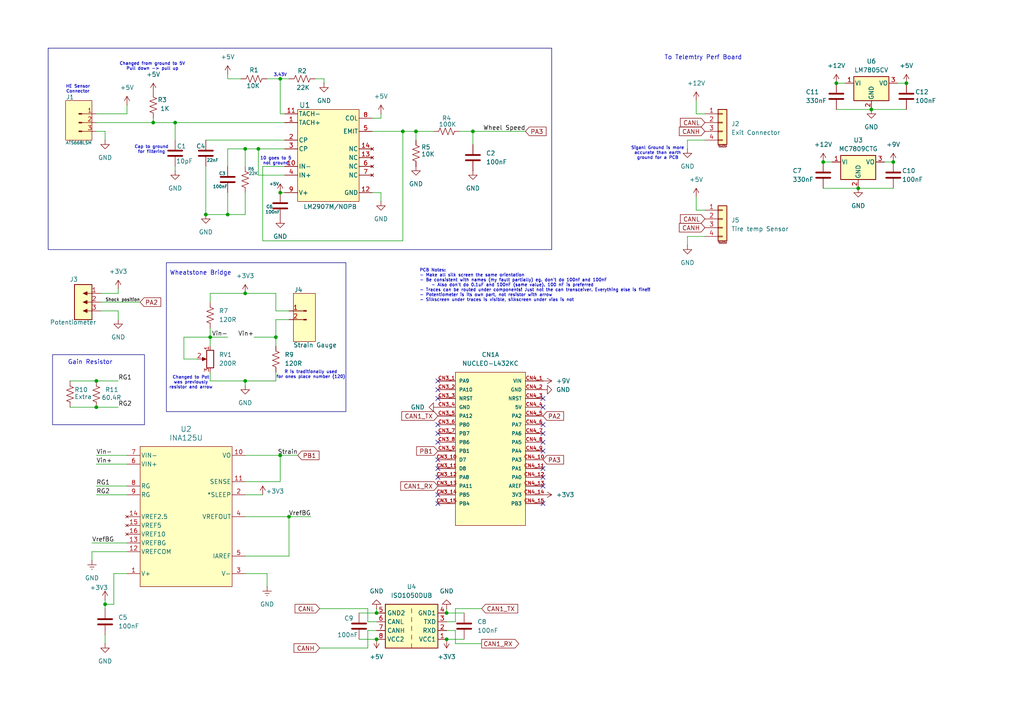
<source format=kicad_sch>
(kicad_sch (version 20231120) (generator "eeschema") (generator_version "8.0")
  (paper "A4")
  (title_block (title "Peripheral Board") (date "2025-02-23") (rev "2.10"))
  (lib_symbols
    (symbol "Conn_01x02_Pin_1" (pin_names (offset 1.016) hide)
      (property "Reference" "J4" (at 3.556 -8.636 0))
      (property "Value" "Strain Gauge" (at 3.81 7.366 0))
      (symbol "Conn_01x02_Pin_1_1_1"
        (polyline (pts (xy 1.27 -2.54) (xy 0.8636 -2.54)) (stroke (width 0.1524)))
        (polyline (pts (xy 1.27 0) (xy 0.8636 0)) (stroke (width 0.1524)))
        (rectangle (start 0.8636 -2.413) (end 0 -2.667) (stroke (width 0.1524)) (fill (type outline)))
        (rectangle (start 0.8636 0.127) (end 0 -0.127) (stroke (width 0.1524)) (fill (type outline)))
        (pin passive line (at 5.08 -2.54 180) (length 3.81) (name "Pin_2") (number "1"))
        (pin passive line (at 5.08 0 180) (length 3.81) (name "Pin_1") (number "2"))
      )
    )
    (symbol "Connector:Conn_01x03_Pin" (pin_names (offset 1.016) hide)
      (property "Reference" "J1" (at -2.54 7.366 0))
      (property "Value" "ATS668LSM" (at 1.27 -6.35 0))
      (symbol "Conn_01x03_Pin_1_1"
        (rectangle (start -3.81 6.35) (end 3.81 -5.08) (stroke (width 0) (color 132 0 0 1)) (fill (type background)))
        (polyline (pts (xy 1.27 -2.54) (xy 0.8636 -2.54)) (stroke (width 0.1524)))
        (polyline (pts (xy 1.27 0) (xy 0.8636 0)) (stroke (width 0.1524)))
        (polyline (pts (xy 1.27 2.54) (xy 0.8636 2.54)) (stroke (width 0.1524)))
        (rectangle (start 0.8636 -2.413) (end 0 -2.667) (stroke (width 0.1524)) (fill (type outline)))
        (rectangle (start 0.8636 0.127) (end 0 -0.127) (stroke (width 0.1524)) (fill (type outline)))
        (rectangle (start 0.8636 2.667) (end 0 2.413) (stroke (width 0.1524)) (fill (type outline)))
        (pin passive line (at 5.08 2.54 180) (length 3.81) (name "Pin_1") (number "1"))
        (pin passive line (at 5.08 0 180) (length 3.81) (name "Pin_2") (number "2"))
        (pin passive line (at 5.08 -2.54 180) (length 3.81) (name "Pin_3") (number "3"))
      )
    )
    (symbol "Connector_Generic_MountingPin:Conn_01x04_MountingPin" (pin_names (offset 1.016) hide)
      (property "Reference" "J2" (at 2.54 -0.3555 0))
      (property "Value" "Conn_01x04_MountingPin" (at 2.54 -2.8955 0))
      (symbol "Conn_01x04_MountingPin_1_1"
        (rectangle (start -1.27 -4.953) (end 0 -5.207) (stroke (width 0.1524)))
        (rectangle (start -1.27 -2.413) (end 0 -2.667) (stroke (width 0.1524)))
        (rectangle (start -1.27 0.127) (end 0 -0.127) (stroke (width 0.1524)))
        (rectangle (start -1.27 2.667) (end 0 2.413) (stroke (width 0.1524)))
        (rectangle (start -1.27 3.81) (end 1.27 -6.35) (stroke (width 0.254)) (fill (type background)))
        (polyline (pts (xy -1.016 -7.112) (xy 1.016 -7.112)) (stroke (width 0.1524)))
        (text "Mounting" (at 0 -6.731 0) (effects (font (size 0.381 0.381))))
        (pin passive line (at -5.08 2.54 0) (length 3.81) (name "Pin_1") (number "1"))
        (pin passive line (at -5.08 0 0) (length 3.81) (name "Pin_2") (number "2"))
        (pin passive line (at -5.08 -2.54 0) (length 3.81) (name "Pin_3") (number "3"))
        (pin passive line (at -5.08 -5.08 0) (length 3.81) (name "Pin_4") (number "4"))
      )
    )
    (symbol "Device:C" (pin_numbers hide) (pin_names (offset 0.254))
      (property "Reference" "C" (at 0.635 2.54 0))
      (property "Value" "C" (at 0.635 -2.54 0))
      (symbol "C_0_1"
        (polyline (pts (xy -2.032 -0.762) (xy 2.032 -0.762)) (stroke (width 0.508)))
        (polyline (pts (xy -2.032 0.762) (xy 2.032 0.762)) (stroke (width 0.508)))
      )
      (symbol "C_1_1"
        (pin passive line (at 0 3.81 270) (length 2.794) (name "~") (number "1"))
        (pin passive line (at 0 -3.81 90) (length 2.794) (name "~") (number "2"))
      )
    )
    (symbol "Device:R_Potentiometer" (pin_names (offset 1.016) hide)
      (property "Reference" "J3" (at -2.794 7.874 0))
      (property "Value" "R_Potentiometer" (at 2.54 -4.572 0))
      (symbol "R_Potentiometer_0_1"
        (polyline (pts (xy -1.27 -1.27) (xy -0.127 -0.762) (xy -0.127 -1.778) (xy -1.27 -1.27)) (fill (type outline)))
        (polyline (pts (xy -1.27 1.27) (xy -0.127 1.778) (xy -0.127 0.762) (xy -1.27 1.27)) (fill (type outline)))
        (polyline (pts (xy -1.27 3.81) (xy -0.127 4.318) (xy -0.127 3.302) (xy -1.27 3.81)) (fill (type outline)))
      )
      (symbol "R_Potentiometer_1_1"
        (rectangle (start -3.81 6.35) (end 1.27 -3.81) (stroke (width 0.254)) (fill (type background)))
        (pin passive line (at 3.81 3.81 180) (length 3.81) (name "1") (number "1"))
        (pin passive line (at 3.81 1.27 180) (length 3.81) (name "2") (number "2"))
        (pin passive line (at 3.81 -1.27 180) (length 3.81) (name "3") (number "3"))
      )
    )
    (symbol "Device:R_US" (pin_numbers hide) (pin_names (offset 0))
      (property "Reference" "R" (at 2.54 0 90))
      (property "Value" "R_US" (at -2.54 0 90))
      (symbol "R_US_0_1"
        (polyline (pts (xy 0 -2.286) (xy 0 -2.54)))
        (polyline (pts (xy 0 2.286) (xy 0 2.54)))
        (polyline (pts (xy 0 -0.762) (xy 1.016 -1.143) (xy 0 -1.524) (xy -1.016 -1.905) (xy 0 -2.286)))
        (polyline (pts (xy 0 0.762) (xy 1.016 0.381) (xy 0 0) (xy -1.016 -0.381) (xy 0 -0.762)))
        (polyline (pts (xy 0 2.286) (xy 1.016 1.905) (xy 0 1.524) (xy -1.016 1.143) (xy 0 0.762)))
      )
      (symbol "R_US_1_1"
        (pin passive line (at 0 3.81 270) (length 1.27) (name "~") (number "1"))
        (pin passive line (at 0 -3.81 90) (length 1.27) (name "~") (number "2"))
      )
    )
    (symbol "FS3_Global_Symbol_Library:NUCLEO-L432KC" (pin_names (offset 1.016))
      (property "Reference" "CN" (at 7.62 18.288 0))
      (property "Value" "NUCLEO-L432KC" (at -7.62 -25.4 0))
      (symbol "NUCLEO-L432KC_1_0"
        (rectangle (start -10.16 17.78) (end 10.16 -26.67) (stroke (width 0.1524)) (fill (type background)))
        (pin bidirectional line (at -15.24 15.24 0) (length 5.08) (name "PA9") (number "CN3_1"))
        (pin bidirectional line (at -15.24 -12.7 0) (length 5.08) (name "PA8") (number "CN3_12"))
        (pin bidirectional line (at -15.24 -15.24 0) (length 5.08) (name "PA11") (number "CN3_13"))
        (pin bidirectional line (at -15.24 -17.78 0) (length 5.08) (name "PB5") (number "CN3_14"))
        (pin bidirectional line (at -15.24 -20.32 0) (length 5.08) (name "PB4") (number "CN3_15"))
        (pin bidirectional line (at -15.24 12.7 0) (length 5.08) (name "PA10") (number "CN3_2"))
        (pin bidirectional line (at -15.24 5.08 0) (length 5.08) (name "PA12") (number "CN3_5"))
        (pin bidirectional line (at -15.24 2.54 0) (length 5.08) (name "PB0") (number "CN3_6"))
        (pin bidirectional line (at -15.24 0 0) (length 5.08) (name "PB7") (number "CN3_7"))
        (pin bidirectional line (at -15.24 -2.54 0) (length 5.08) (name "PB6") (number "CN3_8"))
        (pin bidirectional line (at -15.24 -5.08 0) (length 5.08) (name "PB1") (number "CN3_9"))
      )
      (symbol "NUCLEO-L432KC_1_1"
        (pin bidirectional line (at -15.24 -7.62 0) (length 5.08) (name "D7") (number "CN3_10"))
        (pin bidirectional line (at -15.24 -10.16 0) (length 5.08) (name "D8") (number "CN3_11"))
        (pin bidirectional line (at -15.24 10.16 0) (length 5.08) (name "NRST") (number "CN3_3"))
        (pin power_in line (at -15.24 7.62 0) (length 5.08) (name "GND") (number "CN3_4"))
        (pin power_in line (at 15.24 15.24 180) (length 5.08) (name "VIN") (number "CN4_1"))
        (pin bidirectional line (at 15.24 -7.62 180) (length 5.08) (name "PA3") (number "CN4_10"))
        (pin bidirectional line (at 15.24 -10.16 180) (length 5.08) (name "PA1") (number "CN4_11"))
        (pin bidirectional line (at 15.24 -12.7 180) (length 5.08) (name "PA0") (number "CN4_12"))
        (pin bidirectional line (at 15.24 -15.24 180) (length 5.08) (name "AREF") (number "CN4_13"))
        (pin power_out line (at 15.24 -17.78 180) (length 5.08) (name "3V3") (number "CN4_14"))
        (pin bidirectional line (at 15.24 -20.32 180) (length 5.08) (name "PB3") (number "CN4_15"))
        (pin power_in line (at 15.24 12.7 180) (length 5.08) (name "GND") (number "CN4_2"))
        (pin bidirectional line (at 15.24 10.16 180) (length 5.08) (name "NRST") (number "CN4_3"))
        (pin power_out line (at 15.24 7.62 180) (length 5.08) (name "5V") (number "CN4_4"))
        (pin bidirectional line (at 15.24 5.08 180) (length 5.08) (name "PA2") (number "CN4_5"))
        (pin bidirectional line (at 15.24 2.54 180) (length 5.08) (name "PA7") (number "CN4_6"))
        (pin bidirectional line (at 15.24 0 180) (length 5.08) (name "PA6") (number "CN4_7"))
        (pin bidirectional line (at 15.24 -2.54 180) (length 5.08) (name "PA5") (number "CN4_8"))
        (pin bidirectional line (at 15.24 -5.08 180) (length 5.08) (name "PA4") (number "CN4_9"))
      )
      (symbol "NUCLEO-L432KC_2_0"
        (rectangle (start -10.16 -17.78) (end 10.16 17.78) (stroke (width 0.1524)) (fill (type background)))
        (text "CN4" (at -10.16 18.542 0) (effects (font (size 1.778 1.778)) (justify left bottom)))
        (pin input line (at -15.24 7.62 0) (length 5.08) (name "VIN") (number "CN4_1"))
        (pin bidirectional line (at -15.24 -10.16 0) (length 5.08) (name "PA3") (number "CN4_10"))
        (pin bidirectional line (at -15.24 -5.08 0) (length 5.08) (name "PA1") (number "CN4_11"))
        (pin bidirectional line (at -15.24 -2.54 0) (length 5.08) (name "PA0") (number "CN4_12"))
        (pin bidirectional line (at 15.24 7.62 180) (length 5.08) (name "AREF") (number "CN4_13"))
        (pin power_in line (at 15.24 12.7 180) (length 5.08) (name "+3V3") (number "CN4_14"))
        (pin bidirectional line (at 15.24 2.54 180) (length 5.08) (name "PB3") (number "CN4_15"))
        (pin power_in line (at 15.24 -15.24 180) (length 5.08) (name "GND_CN4") (number "CN4_2"))
        (pin bidirectional line (at -15.24 2.54 0) (length 5.08) (name "NRST_CN4") (number "CN4_3"))
        (pin power_in line (at 15.24 15.24 180) (length 5.08) (name "+5V") (number "CN4_4"))
        (pin bidirectional line (at -15.24 -7.62 0) (length 5.08) (name "PA2") (number "CN4_5"))
        (pin bidirectional line (at 15.24 -10.16 180) (length 5.08) (name "PA7") (number "CN4_6"))
        (pin bidirectional line (at 15.24 -7.62 180) (length 5.08) (name "PA6") (number "CN4_7"))
        (pin bidirectional line (at 15.24 -5.08 180) (length 5.08) (name "PA5") (number "CN4_8"))
        (pin bidirectional line (at 15.24 -2.54 180) (length 5.08) (name "PA4") (number "CN4_9"))
      )
      (symbol "NUCLEO-L432KC_2_1"
        (pin bidirectional line (at 17.78 6.35 180) (length 5.08) (name "PA2") (number "-UB"))
      )
    )
    (symbol "FS_3_Global_Symbol_Library:LM2907M_NOPB" (pin_names (offset 0.254))
      (property "Value" "LM2907M/NOPB" (at 8.636 -5.334 0))
      (symbol "LM2907M_NOPB_1_1"
        (rectangle (start 0 22.86) (end 17.78 -3.81) (fill (type background)))
        (pin input line (at -3.81 19.05 0) (length 3.81) (name "TACH+") (number "1"))
        (pin input line (at -3.81 6.35 0) (length 3.81) (name "IN-") (number "10"))
        (pin input line (at -3.81 21.59 0) (length 3.81) (name "TACH-") (number "11"))
        (pin power_in line (at 21.59 -1.27 180) (length 3.81) (name "GND") (number "12"))
        (pin no_connect line (at 21.59 8.89 180) (length 3.81) (name "NC") (number "13"))
        (pin no_connect line (at 21.59 11.43 180) (length 3.81) (name "NC") (number "14"))
        (pin passive line (at -3.81 13.97 0) (length 3.81) (name "CP") (number "2"))
        (pin passive line (at -3.81 11.43 0) (length 3.81) (name "CP") (number "3"))
        (pin passive line (at -3.81 3.81 0) (length 3.81) (name "IN+") (number "4"))
        (pin passive line (at 21.59 16.51 180) (length 3.81) (name "EMIT") (number "5"))
        (pin no_connect line (at 21.59 6.35 180) (length 3.81) (name "NC") (number "6"))
        (pin no_connect line (at 21.59 3.81 180) (length 3.81) (name "NC") (number "7"))
        (pin passive line (at 21.59 20.32 180) (length 3.81) (name "COL") (number "8"))
        (pin power_in line (at -3.81 -1.27 0) (length 3.81) (name "V+") (number "9"))
      )
    )
    (symbol "Interface_CAN_LIN:ISO1050DUB"
      (property "Reference" "U" (at -6.35 6.35 0))
      (property "Value" "ISO1050DUB" (at 2.54 6.35 0))
      (symbol "ISO1050DUB_0_1"
        (rectangle (start -7.62 5.08) (end 7.62 -7.62) (stroke (width 0.254)) (fill (type background)))
        (polyline (pts (xy 0 -5.08) (xy 0 -6.35)))
        (polyline (pts (xy 0 -2.54) (xy 0 -3.81)))
        (polyline (pts (xy 0 0) (xy 0 -1.27)))
        (polyline (pts (xy 0 2.54) (xy 0 1.27)))
        (polyline (pts (xy 0 5.08) (xy 0 3.81)))
      )
      (symbol "ISO1050DUB_1_1"
        (pin power_in line (at -10.16 2.54 0) (length 2.54) (name "VCC1") (number "1"))
        (pin output line (at -10.16 0 0) (length 2.54) (name "RXD") (number "2"))
        (pin input line (at -10.16 -2.54 0) (length 2.54) (name "TXD") (number "3"))
        (pin power_in line (at -10.16 -5.08 0) (length 2.54) (name "GND1") (number "4"))
        (pin power_in line (at 10.16 -5.08 180) (length 2.54) (name "GND2") (number "5"))
        (pin bidirectional line (at 10.16 -2.54 180) (length 2.54) (name "CANL") (number "6"))
        (pin bidirectional line (at 10.16 0 180) (length 2.54) (name "CANH") (number "7"))
        (pin power_in line (at 10.16 2.54 180) (length 2.54) (name "VCC2") (number "8"))
      )
    )
    (symbol "New_Library:INA125U" (pin_names (offset 0.254))
      (property "Reference" "U1" (at 29.845 10.16 0))
      (property "Value" "INA125U" (at 29.845 7.62 0))
      (symbol "INA125U_1_1"
        (rectangle (start 16.51 5.08) (end 43.18 -35.56) (fill (type background)))
        (pin power_in line (at 12.7 -31.75 0) (length 3.81) (name "V+") (number "1"))
        (pin output line (at 46.99 2.54 180) (length 3.81) (name "VO") (number "10"))
        (pin unspecified line (at 46.99 -5.08 180) (length 3.81) (name "SENSE") (number "11"))
        (pin power_in line (at 12.7 -25.4 0) (length 3.81) (name "VREFCOM") (number "12"))
        (pin power_in line (at 12.7 -22.86 0) (length 3.81) (name "VREFBG") (number "13"))
        (pin no_connect line (at 12.7 -15.24 0) (length 3.81) (name "VREF2.5") (number "14"))
        (pin no_connect line (at 12.7 -17.78 0) (length 3.81) (name "VREF5") (number "15"))
        (pin no_connect line (at 12.7 -20.32 0) (length 3.81) (name "VREF10") (number "16"))
        (pin unspecified line (at 46.99 -8.89 180) (length 3.81) (name "*SLEEP") (number "2"))
        (pin power_in line (at 46.99 -31.75 180) (length 3.81) (name "V-") (number "3"))
        (pin output line (at 46.99 -15.24 180) (length 3.81) (name "VREFOUT") (number "4"))
        (pin unspecified line (at 46.99 -26.67 180) (length 3.81) (name "IAREF") (number "5"))
        (pin input line (at 12.7 0 0) (length 3.81) (name "VIN+") (number "6"))
        (pin input line (at 12.7 2.54 0) (length 3.81) (name "VIN-") (number "7"))
        (pin unspecified line (at 12.7 -6.35 0) (length 3.81) (name "RG") (number "8"))
        (pin unspecified line (at 12.7 -8.89 0) (length 3.81) (name "RG") (number "9"))
      )
    )
    (symbol "R_Potentiometer_1" (pin_names (offset 1.016) hide)
      (property "Reference" "RV" (at -4.445 0 90))
      (property "Value" "R_Potentiometer" (at -2.54 0 90))
      (symbol "R_Potentiometer_1_0_1"
        (polyline (pts (xy 2.54 0) (xy 1.524 0)))
        (polyline (pts (xy 1.143 0) (xy 2.286 0.508) (xy 2.286 -0.508) (xy 1.143 0)) (fill (type outline)))
        (rectangle (start 1.016 2.54) (end -1.016 -2.54) (stroke (width 0.254)))
      )
      (symbol "R_Potentiometer_1_1_1"
        (pin passive line (at 0 3.81 270) (length 1.27) (name "1") (number "1"))
        (pin passive line (at 3.81 0 180) (length 1.27) (name "2") (number "2"))
        (pin passive line (at 0 -3.81 90) (length 1.27) (name "3") (number "3"))
      )
    )
    (symbol "Regulator_Linear:LM7805_TO220" (pin_names (offset 0.254))
      (property "Reference" "U" (at -3.81 3.175 0))
      (property "Value" "LM7805_TO220" (at 0 3.175 0))
      (symbol "LM7805_TO220_0_1"
        (rectangle (start -5.08 1.905) (end 5.08 -5.08) (stroke (width 0.254)) (fill (type background)))
      )
      (symbol "LM7805_TO220_1_1"
        (pin power_in line (at -7.62 0 0) (length 2.54) (name "VI") (number "1"))
        (pin power_in line (at 0 -7.62 90) (length 2.54) (name "GND") (number "2"))
        (pin power_out line (at 7.62 0 180) (length 2.54) (name "VO") (number "3"))
      )
    )
    (symbol "power:+12V" (power) (pin_numbers hide) (pin_names (offset 0) hide)
      (property "Value" "+12V" (at 0 3.556 0))
      (symbol "+12V_0_1"
        (polyline (pts (xy -0.762 1.27) (xy 0 2.54)))
        (polyline (pts (xy 0 0) (xy 0 2.54)))
        (polyline (pts (xy 0 2.54) (xy 0.762 1.27)))
      )
      (symbol "+12V_1_1"
        (pin power_in line (at 0 0 90) (length 0) (name "~") (number "1"))
      )
    )
    (symbol "power:+3V3" (power) (pin_numbers hide) (pin_names (offset 0) hide)
      (property "Value" "+3V3" (at 0 3.556 0))
      (symbol "+3V3_0_1"
        (polyline (pts (xy -0.762 1.27) (xy 0 2.54)))
        (polyline (pts (xy 0 0) (xy 0 2.54)))
        (polyline (pts (xy 0 2.54) (xy 0.762 1.27)))
      )
      (symbol "+3V3_1_1"
        (pin power_in line (at 0 0 90) (length 0) (name "~") (number "1"))
      )
    )
    (symbol "power:+5V" (power) (pin_numbers hide) (pin_names (offset 0) hide)
      (property "Value" "+5V" (at 0 3.556 0))
      (symbol "+5V_0_1"
        (polyline (pts (xy -0.762 1.27) (xy 0 2.54)))
        (polyline (pts (xy 0 0) (xy 0 2.54)))
        (polyline (pts (xy 0 2.54) (xy 0.762 1.27)))
      )
      (symbol "+5V_1_1"
        (pin power_in line (at 0 0 90) (length 0) (name "~") (number "1"))
      )
    )
    (symbol "power:+9V" (power) (pin_numbers hide) (pin_names (offset 0) hide)
      (property "Value" "+9V" (at 0 3.556 0))
      (symbol "+9V_0_1"
        (polyline (pts (xy -0.762 1.27) (xy 0 2.54)))
        (polyline (pts (xy 0 0) (xy 0 2.54)))
        (polyline (pts (xy 0 2.54) (xy 0.762 1.27)))
      )
      (symbol "+9V_1_1"
        (pin power_in line (at 0 0 90) (length 0) (name "~") (number "1"))
      )
    )
    (symbol "power:GND" (power) (pin_numbers hide) (pin_names (offset 0) hide)
      (property "Value" "GND" (at 0 -3.81 0))
      (symbol "GND_0_1"
        (polyline (pts (xy 0 0) (xy 0 -1.27) (xy 1.27 -1.27) (xy 0 -2.54) (xy -1.27 -1.27) (xy 0 -1.27)))
      )
      (symbol "GND_1_1"
        (pin power_in line (at 0 0 270) (length 0) (name "~") (number "1"))
      )
    )
    (symbol "power:GNDREF" (power) (pin_numbers hide) (pin_names (offset 0) hide)
      (property "Value" "GNDREF" (at 0 -3.81 0))
      (symbol "GNDREF_0_1"
        (polyline (pts (xy -0.635 -1.905) (xy 0.635 -1.905)))
        (polyline (pts (xy -0.127 -2.54) (xy 0.127 -2.54)))
        (polyline (pts (xy 0 -1.27) (xy 0 0)))
        (polyline (pts (xy 1.27 -1.27) (xy -1.27 -1.27)))
      )
      (symbol "GNDREF_1_1"
        (pin power_in line (at 0 0 270) (length 0) (name "~") (number "1"))
      )
    )
  )
  (junction (at 109.22 177.8))
  (junction (at 59.69 62.23))
  (junction (at 71.12 43.18))
  (junction (at 80.01 97.79))
  (junction (at 44.45 35.56))
  (junction (at 83.82 149.86))
  (junction (at 137.16 38.1))
  (junction (at 81.28 132.08))
  (junction (at 81.28 55.88))
  (junction (at 129.54 185.42))
  (junction (at 66.04 62.23))
  (junction (at 242.57 24.13))
  (junction (at 262.89 24.13))
  (junction (at 109.22 185.42))
  (junction (at 74.93 43.18))
  (junction (at 116.84 38.1))
  (junction (at 252.73 31.75))
  (junction (at 71.12 85.09))
  (junction (at 81.28 22.86))
  (junction (at 27.94 118.11))
  (junction (at 129.54 177.8))
  (junction (at 27.94 110.49))
  (junction (at 71.12 110.49))
  (junction (at 120.65 38.1))
  (junction (at 50.8 35.56))
  (junction (at 259.08 46.99))
  (junction (at 238.76 46.99))
  (junction (at 60.96 97.79))
  (junction (at 248.92 54.61))
  (junction (at 30.48 175.26))
  (no_connect (at 127 143.51))
  (no_connect (at 157.48 135.89))
  (no_connect (at 127 128.27))
  (no_connect (at 157.48 118.11))
  (no_connect (at 157.48 130.81))
  (no_connect (at 157.48 146.05))
  (no_connect (at 157.48 128.27))
  (no_connect (at 157.48 138.43))
  (no_connect (at 127 113.03))
  (no_connect (at 127 133.35))
  (no_connect (at 157.48 140.97))
  (no_connect (at 127 123.19))
  (no_connect (at 157.48 115.57))
  (no_connect (at 157.48 125.73))
  (no_connect (at 127 146.05))
  (no_connect (at 127 125.73))
  (no_connect (at 127 110.49))
  (no_connect (at 157.48 123.19))
  (no_connect (at 127 135.89))
  (no_connect (at 127 115.57))
  (no_connect (at 127 138.43))
  (wire (pts (xy 204.47 33.02) (xy 201.93 33.02)))
  (wire (pts (xy 60.96 85.09) (xy 60.96 87.63)))
  (wire (pts (xy 132.08 176.53) (xy 139.7 176.53)))
  (wire (pts (xy 36.83 30.48) (xy 36.83 33.02)))
  (wire (pts (xy 71.12 55.88) (xy 71.12 62.23)))
  (wire (pts (xy 33.02 175.26) (xy 30.48 175.26)))
  (wire (pts (xy 36.83 160.02) (xy 26.67 160.02)))
  (wire (pts (xy 20.32 110.49) (xy 27.94 110.49)))
  (wire (pts (xy 20.32 118.11) (xy 27.94 118.11)))
  (wire (pts (xy 81.28 22.86) (xy 81.28 33.02)))
  (wire (pts (xy 242.57 31.75) (xy 252.73 31.75)))
  (wire (pts (xy 129.54 176.53) (xy 129.54 177.8)))
  (wire (pts (xy 66.04 43.18) (xy 66.04 48.26)))
  (wire (pts (xy 260.35 24.13) (xy 262.89 24.13)))
  (wire (pts (xy 69.85 22.86) (xy 66.04 22.86)))
  (wire (pts (xy 80.01 97.79) (xy 80.01 100.33)))
  (wire (pts (xy 71.12 85.09) (xy 60.96 85.09)))
  (wire (pts (xy 137.16 38.1) (xy 133.35 38.1)))
  (wire (pts (xy 83.82 92.71) (xy 80.01 92.71)))
  (wire (pts (xy 60.96 95.25) (xy 60.96 97.79)))
  (wire (pts (xy 116.84 38.1) (xy 120.65 38.1)))
  (wire (pts (xy 82.55 50.8) (xy 74.93 50.8)))
  (wire (pts (xy 27.94 33.02) (xy 36.83 33.02)))
  (wire (pts (xy 27.94 140.97) (xy 36.83 140.97)))
  (wire (pts (xy 83.82 149.86) (xy 83.82 161.29)))
  (wire (pts (xy 120.65 38.1) (xy 120.65 40.64)))
  (wire (pts (xy 26.67 157.48) (xy 36.83 157.48)))
  (wire (pts (xy 109.22 182.88) (xy 106.68 182.88)))
  (wire (pts (xy 110.49 55.88) (xy 107.95 55.88)))
  (wire (pts (xy 76.2 143.51) (xy 71.12 143.51)))
  (wire (pts (xy 110.49 33.02) (xy 110.49 34.29)))
  (wire (pts (xy 27.94 143.51) (xy 36.83 143.51)))
  (wire (pts (xy 66.04 22.86) (xy 66.04 21.59)))
  (wire (pts (xy 34.29 90.17) (xy 34.29 92.71)))
  (wire (pts (xy 120.65 38.1) (xy 125.73 38.1)))
  (wire (pts (xy 71.12 62.23) (xy 66.04 62.23)))
  (wire (pts (xy 82.55 33.02) (xy 81.28 33.02)))
  (wire (pts (xy 204.47 60.96) (xy 201.93 60.96)))
  (wire (pts (xy 29.21 87.63) (xy 40.64 87.63)))
  (wire (pts (xy 30.48 175.26) (xy 30.48 176.53)))
  (wire (pts (xy 71.12 132.08) (xy 81.28 132.08)))
  (wire (pts (xy 66.04 62.23) (xy 59.69 62.23)))
  (wire (pts (xy 83.82 90.17) (xy 80.01 90.17)))
  (wire (pts (xy 137.16 41.91) (xy 137.16 38.1)))
  (wire (pts (xy 204.47 40.64) (xy 199.39 40.64)))
  (wire (pts (xy 77.47 166.37) (xy 71.12 166.37)))
  (wire (pts (xy 104.14 185.42) (xy 109.22 185.42)))
  (wire (pts (xy 248.92 54.61) (xy 259.08 54.61)))
  (wire (pts (xy 71.12 43.18) (xy 74.93 43.18)))
  (wire (pts (xy 116.84 69.85) (xy 116.84 38.1)))
  (wire (pts (xy 201.93 33.02) (xy 201.93 29.21)))
  (wire (pts (xy 81.28 22.86) (xy 83.82 22.86)))
  (wire (pts (xy 60.96 97.79) (xy 53.34 97.79)))
  (wire (pts (xy 129.54 185.42) (xy 134.62 185.42)))
  (wire (pts (xy 199.39 40.64) (xy 199.39 43.18)))
  (wire (pts (xy 106.68 187.96) (xy 92.71 187.96)))
  (wire (pts (xy 77.47 170.18) (xy 77.47 166.37)))
  (wire (pts (xy 36.83 166.37) (xy 33.02 166.37)))
  (wire (pts (xy 81.28 55.88) (xy 82.55 55.88)))
  (wire (pts (xy 59.69 48.26) (xy 59.69 62.23)))
  (wire (pts (xy 93.98 22.86) (xy 93.98 24.13)))
  (wire (pts (xy 53.34 104.14) (xy 57.15 104.14)))
  (wire (pts (xy 71.12 139.7) (xy 81.28 139.7)))
  (wire (pts (xy 242.57 24.13) (xy 245.11 24.13)))
  (wire (pts (xy 252.73 31.75) (xy 262.89 31.75)))
  (wire (pts (xy 73.66 97.79) (xy 80.01 97.79)))
  (wire (pts (xy 81.28 139.7) (xy 81.28 132.08)))
  (wire (pts (xy 256.54 46.99) (xy 259.08 46.99)))
  (wire (pts (xy 106.68 176.53) (xy 92.71 176.53)))
  (wire (pts (xy 110.49 58.42) (xy 110.49 55.88)))
  (wire (pts (xy 60.96 110.49) (xy 71.12 110.49)))
  (wire (pts (xy 60.96 97.79) (xy 60.96 100.33)))
  (wire (pts (xy 30.48 38.1) (xy 30.48 40.64)))
  (wire (pts (xy 76.2 69.85) (xy 116.84 69.85)))
  (wire (pts (xy 50.8 35.56) (xy 50.8 40.64)))
  (wire (pts (xy 44.45 34.29) (xy 44.45 35.56)))
  (wire (pts (xy 90.17 149.86) (xy 83.82 149.86)))
  (wire (pts (xy 34.29 83.82) (xy 34.29 85.09)))
  (wire (pts (xy 199.39 68.58) (xy 199.39 71.12)))
  (wire (pts (xy 132.08 186.69) (xy 139.7 186.69)))
  (wire (pts (xy 238.76 54.61) (xy 248.92 54.61)))
  (wire (pts (xy 129.54 180.34) (xy 132.08 180.34)))
  (wire (pts (xy 71.12 110.49) (xy 71.12 111.76)))
  (wire (pts (xy 26.67 160.02) (xy 26.67 162.56)))
  (wire (pts (xy 238.76 46.99) (xy 241.3 46.99)))
  (wire (pts (xy 34.29 85.09) (xy 29.21 85.09)))
  (wire (pts (xy 27.94 35.56) (xy 44.45 35.56)))
  (wire (pts (xy 50.8 48.26) (xy 50.8 49.53)))
  (wire (pts (xy 129.54 182.88) (xy 132.08 182.88)))
  (wire (pts (xy 107.95 38.1) (xy 116.84 38.1)))
  (wire (pts (xy 204.47 68.58) (xy 199.39 68.58)))
  (wire (pts (xy 132.08 182.88) (xy 132.08 186.69)))
  (wire (pts (xy 27.94 110.49) (xy 34.29 110.49)))
  (wire (pts (xy 104.14 177.8) (xy 109.22 177.8)))
  (wire (pts (xy 66.04 97.79) (xy 60.96 97.79)))
  (wire (pts (xy 27.94 38.1) (xy 30.48 38.1)))
  (wire (pts (xy 71.12 43.18) (xy 71.12 48.26)))
  (wire (pts (xy 109.22 180.34) (xy 106.68 180.34)))
  (wire (pts (xy 83.82 161.29) (xy 71.12 161.29)))
  (wire (pts (xy 80.01 85.09) (xy 71.12 85.09)))
  (wire (pts (xy 29.21 90.17) (xy 34.29 90.17)))
  (wire (pts (xy 91.44 22.86) (xy 93.98 22.86)))
  (wire (pts (xy 66.04 55.88) (xy 66.04 62.23)))
  (wire (pts (xy 106.68 180.34) (xy 106.68 176.53)))
  (wire (pts (xy 76.2 48.26) (xy 76.2 69.85)))
  (wire (pts (xy 59.69 40.64) (xy 82.55 40.64)))
  (wire (pts (xy 74.93 43.18) (xy 74.93 50.8)))
  (wire (pts (xy 27.94 134.62) (xy 36.83 134.62)))
  (wire (pts (xy 27.94 118.11) (xy 34.29 118.11)))
  (wire (pts (xy 80.01 92.71) (xy 80.01 97.79)))
  (wire (pts (xy 71.12 149.86) (xy 83.82 149.86)))
  (wire (pts (xy 81.28 132.08) (xy 86.36 132.08)))
  (wire (pts (xy 60.96 107.95) (xy 60.96 110.49)))
  (wire (pts (xy 77.47 22.86) (xy 81.28 22.86)))
  (wire (pts (xy 129.54 177.8) (xy 134.62 177.8)))
  (wire (pts (xy 50.8 35.56) (xy 82.55 35.56)))
  (wire (pts (xy 137.16 38.1) (xy 152.4 38.1)))
  (wire (pts (xy 53.34 97.79) (xy 53.34 104.14)))
  (wire (pts (xy 132.08 180.34) (xy 132.08 176.53)))
  (wire (pts (xy 110.49 34.29) (xy 107.95 34.29)))
  (wire (pts (xy 74.93 43.18) (xy 82.55 43.18)))
  (wire (pts (xy 33.02 166.37) (xy 33.02 175.26)))
  (wire (pts (xy 109.22 176.53) (xy 109.22 177.8)))
  (wire (pts (xy 71.12 110.49) (xy 80.01 110.49)) (stroke (width 0) (color 0 132 0 1)))
  (wire (pts (xy 30.48 173.99) (xy 30.48 175.26)))
  (wire (pts (xy 27.94 132.08) (xy 36.83 132.08)))
  (wire (pts (xy 106.68 182.88) (xy 106.68 187.96)))
  (wire (pts (xy 80.01 90.17) (xy 80.01 85.09)))
  (wire (pts (xy 80.01 107.95) (xy 80.01 110.49)))
  (wire (pts (xy 44.45 35.56) (xy 50.8 35.56)))
  (wire (pts (xy 71.12 43.18) (xy 66.04 43.18)))
  (wire (pts (xy 30.48 184.15) (xy 30.48 186.69)))
  (wire (pts (xy 82.55 48.26) (xy 76.2 48.26)))
  (wire (pts (xy 201.93 60.96) (xy 201.93 57.15)))
  (rectangle (start 85.09 85.09) (end 91.44 99.06) (stroke (width 0) (color 132 0 0 1)) (fill (type color) (color 255 255 194 1)))
  (rectangle (start 15.24 102.87) (end 41.91 123.19) (stroke (width 0) (color 0 0 132 1)))
  (rectangle (start 48.26 76.2) (end 100.33 119.38) (stroke (width 0) (color 0 0 132 1)))
  (rectangle (start 13.97 13.97) (end 160.02 72.39) (stroke (width 0) (color 0 0 132 1)))
  (text "" (at 23.114 45.212 0) (effects (font (size 0.889 0.889))))
  (text "Cap to ground\nfor filtering" (at 43.942 43.434 0) (effects (font (size 0.889 0.889))))
  (text "HE Sensor\nConnector" (at 22.606 25.908 0) (effects (font (size 0.889 0.889))))
  (text "To Telemtry Perf Board\n" (at 203.962 16.764 0) (effects (font (size 1.27 1.27))))
  (text "Gain Resistor\n" (at 26.162 105.156 0) (effects (font (size 1.27 1.27))))
  (text "Changed to Pot\nwas previously\nresistor and arrow" (at 55.372 110.998 0) (effects (font (size 0.889 0.889))))
  (text "" (at 88.392 30.48 0) (effects (font (size 1.27 1.27))))
  (text "PCB Notes:\n- Make all silk screen the same orientation\n- Be consistent with names (my fault partially) eg. don't do 100nf and 100nF\n	- Also don't do 0.1uF and 100nF (same value). 100 nF is preferred\n- Traces can be routed under components! Just not the can transceiver. Everything else is fine!!\n- Potentiometer is its own part, not resistor with arrow\n- Silkscreen under traces is visible, silkscreen under vias is not\n" (at 121.666 82.804 0) (effects (font (size 0.889 0.889)) (justify left)))
  (text "Changed from ground to 5V\nPull down -> pull up" (at 44.196 19.304 0) (effects (font (size 0.889 0.889))))
  (text "10 goes to 5\nnot ground" (at 80.01 46.736 0) (effects (font (size 0.889 0.889))))
  (text "R is traditionally used\nfor ones place number (120)" (at 90.17 108.712 0) (effects (font (size 0.889 0.889))))
  (text "Siganl Ground is more\naccurate than earth\nground for a PCB" (at 190.754 44.45 0) (effects (font (size 0.889 0.889))))
  (text "Wheatstone Bridge\n" (at 58.166 79.248 0) (effects (font (size 1.27 1.27))))
  (text "3.43V" (at 81.28 21.844 0) (effects (font (size 0.889 0.889))))
  (label "Vin-" (at 66.04 97.79 180))
  (label "RG2" (at 27.94 143.51 0))
  (label "Shock position" (at 40.64 87.63 180) (effects (font (size 0.889 0.889))))
  (label "VrefBG" (at 26.67 157.48 0))
  (label "Vin+" (at 27.94 134.62 0))
  (label "Vin-" (at 27.94 132.08 0))
  (label "VrefBG" (at 90.17 149.86 180))
  (label "Strain" (at 86.36 132.08 180))
  (label "Wheel Speed" (at 152.4 38.1 180))
  (label "RG2" (at 34.29 118.11 0))
  (label "Vin+" (at 73.66 97.79 180))
  (label "RG1" (at 34.29 110.49 0))
  (label "RG1" (at 27.94 140.97 0))
  (global_label "CANL" (shape input) (at 204.47 35.56 180) (property "Intersheetrefs" "${INTERSHEET_REFS}" (effects (hide yes))))
  (global_label "CANH" (shape input) (at 92.71 187.96 180) (property "Intersheetrefs" "${INTERSHEET_REFS}" (effects (hide yes))))
  (global_label "PA2" (shape input) (at 40.64 87.63 0) (property "Intersheetrefs" "${INTERSHEET_REFS}" (effects (hide yes))))
  (global_label "CANH" (shape input) (at 204.47 66.04 180) (property "Intersheetrefs" "${INTERSHEET_REFS}" (effects (hide yes))))
  (global_label "CANL" (shape input) (at 92.71 176.53 180) (property "Intersheetrefs" "${INTERSHEET_REFS}" (effects (hide yes))))
  (global_label "CAN1_TX" (shape input) (at 127 120.65 180) (property "Intersheetrefs" "${INTERSHEET_REFS}" (effects (hide yes))))
  (global_label "PA3" (shape input) (at 157.48 133.35 0) (property "Intersheetrefs" "${INTERSHEET_REFS}" (effects (hide yes))))
  (global_label "CAN1_TX" (shape input) (at 139.7 176.53 0) (property "Intersheetrefs" "${INTERSHEET_REFS}" (effects (hide yes))))
  (global_label "CAN1_RX" (shape output) (at 139.7 186.69 0) (property "Intersheetrefs" "${INTERSHEET_REFS}" (effects (hide yes))))
  (global_label "PB1" (shape input) (at 127 130.81 180) (property "Intersheetrefs" "${INTERSHEET_REFS}" (effects (hide yes))))
  (global_label "PB1" (shape input) (at 86.36 132.08 0) (property "Intersheetrefs" "${INTERSHEET_REFS}" (effects (hide yes))))
  (global_label "PA2" (shape input) (at 157.48 120.65 0) (property "Intersheetrefs" "${INTERSHEET_REFS}" (effects (hide yes))))
  (global_label "PA3" (shape input) (at 152.4 38.1 0) (property "Intersheetrefs" "${INTERSHEET_REFS}" (effects (hide yes))))
  (global_label "CANL" (shape input) (at 204.47 63.5 180) (property "Intersheetrefs" "${INTERSHEET_REFS}" (effects (hide yes))))
  (global_label "CAN1_RX" (shape input) (at 127 140.97 180) (property "Intersheetrefs" "${INTERSHEET_REFS}" (effects (hide yes))))
  (global_label "CANH" (shape input) (at 204.47 38.1 180) (property "Intersheetrefs" "${INTERSHEET_REFS}" (effects (hide yes))))
  (symbol (lib_id "power:+5V") (at 110.49 33.02 0) (unit 1)
    (property "Reference" "#PWR05" (effects (hide yes)))
    (property "Value" "+5V" (at 110.49 27.94 0))
    (property "Description" "Power symbol creates a global label with name \"+5V\"" (effects (hide yes)))
  )
  (symbol (lib_id "power:+3V3") (at 71.12 85.09 0) (unit 1)
    (property "Reference" "#PWR016" (effects (hide yes)))
    (property "Value" "+3V3" (at 71.12 80.01 0))
    (property "Description" "Power symbol creates a global label with name \"+3V3\"" (effects (hide yes)))
  )
  (symbol (lib_id "Device:R_US") (at 87.63 22.86 90) (unit 1)
    (property "Reference" "R2" (at 87.63 20.574 90))
    (property "Value" "10K" (at 73.406 24.892 90))
    (property "Footprint" "Resistor_SMD:R_0805_2012Metric_Pad1.20x1.40mm_HandSolder" (effects (hide yes)))
    (property "Description" "Resistor, US symbol" (effects (hide yes)))
  )
  (symbol (lib_id "power:GND") (at 129.54 176.53 180) (unit 1)
    (property "Reference" "#PWR029" (effects (hide yes)))
    (property "Value" "GND" (at 129.54 171.45 0))
    (property "Description" "Power symbol creates a global label with name \"GND\" , ground" (effects (hide yes)))
  )
  (symbol (lib_id "power:GND") (at 30.48 186.69 0) (unit 1)
    (property "Reference" "#PWR020" (effects (hide yes)))
    (property "Value" "GND" (at 30.48 191.77 0))
    (property "Description" "Power symbol creates a global label with name \"GND\" , ground" (effects (hide yes)))
  )
  (symbol (lib_id "Device:C") (at 66.04 52.07 0) (unit 1)
    (property "Reference" "C3" (at 63.5 50.292 0) (effects (font (size 0.889 0.889)) (justify left)))
    (property "Value" "100nF" (at 61.722 54.102 0) (effects (font (size 0.889 0.889)) (justify left)))
    (property "Footprint" "Capacitor_SMD:C_0805_2012Metric_Pad1.18x1.45mm_HandSolder" (effects (hide yes)))
    (property "Description" "Unpolarized capacitor" (effects (hide yes)))
  )
  (symbol (lib_id "Device:R_US") (at 71.12 52.07 0) (unit 1)
    (property "Reference" "R6" (at 71.882 49.022 0) (effects (font (size 0.889 0.889)) (justify left)))
    (property "Value" "22K" (at 72.136 50.292 0) (effects (font (size 0.889 0.889)) (justify left)))
    (property "Footprint" "Resistor_SMD:R_0805_2012Metric_Pad1.20x1.40mm_HandSolder" (effects (hide yes)))
    (property "Description" "Resistor, US symbol" (effects (hide yes)))
  )
  (symbol (lib_id "power:+5V") (at 262.89 24.13 0) (unit 1)
    (property "Reference" "#PWR038" (effects (hide yes)))
    (property "Value" "+5V" (at 262.89 19.05 0))
  )
  (symbol (lib_id "Device:C") (at 238.76 50.8 0) (unit 1)
    (property "Reference" "C7" (at 229.87 49.53 0) (effects (justify left)))
    (property "Value" "330nF" (at 229.87 52.07 0) (effects (justify left)))
    (property "Footprint" "Capacitor_SMD:C_0805_2012Metric_Pad1.18x1.45mm_HandSolder" (effects (hide yes)))
    (property "Datasheet" "https://mm.digikey.com/Volume0/opasdata/d220001/medias/docus/4262/0805B334K250CC.pdf" (effects (hide yes)))
  )
  (symbol (lib_id "Device:C") (at 50.8 44.45 0) (unit 1)
    (property "Reference" "C1" (at 51.308 42.418 0) (effects (justify left)))
    (property "Value" "10pF" (at 51.054 46.736 0) (effects (justify left)))
    (property "Footprint" "Capacitor_SMD:C_0805_2012Metric_Pad1.18x1.45mm_HandSolder" (effects (hide yes)))
    (property "Description" "Unpolarized capacitor" (effects (hide yes)))
  )
  (symbol (lib_id "power:+3V3") (at 129.54 185.42 180) (unit 1)
    (property "Reference" "#PWR031" (effects (hide yes)))
    (property "Value" "+3V3" (at 129.54 190.5 0))
    (property "Description" "Power symbol creates a global label with name \"+3V3\"" (effects (hide yes)))
  )
  (symbol (lib_id "power:+3V3") (at 30.48 173.99 0) (unit 1)
    (property "Reference" "#PWR019" (effects (hide yes)))
    (property "Value" "+3V3" (at 28.702 170.434 0))
    (property "Description" "Power symbol creates a global label with name \"+3V3\"" (effects (hide yes)))
  )
  (symbol (lib_id "power:GND") (at 252.73 31.75 0) (unit 1)
    (property "Reference" "#PWR037" (effects (hide yes)))
    (property "Value" "GND" (at 252.73 36.83 0))
  )
  (symbol (lib_id "Device:R_US") (at 80.01 104.14 0) (unit 1)
    (property "Reference" "R9" (at 82.55 102.8699 0) (effects (justify left)))
    (property "Value" "120R" (at 82.55 105.4099 0) (effects (justify left)))
    (property "Footprint" "Resistor_SMD:R_0805_2012Metric_Pad1.20x1.40mm_HandSolder" (effects (hide yes)))
    (property "Description" "Resistor, US symbol" (effects (hide yes)))
  )
  (symbol (lib_id "Device:C") (at 134.62 181.61 0) (unit 1)
    (property "Reference" "C8" (at 138.43 180.3399 0) (effects (justify left)))
    (property "Value" "100nF" (at 138.43 182.8799 0) (effects (justify left)))
    (property "Footprint" "Capacitor_SMD:C_0805_2012Metric_Pad1.18x1.45mm_HandSolder" (effects (hide yes)))
    (property "Description" "Unpolarized capacitor" (effects (hide yes)))
  )
  (symbol (lib_id "FS3_Global_Symbol_Library:NUCLEO-L432KC") (at 142.24 125.73 0) (unit 1)
    (property "Reference" "CN1" (at 142.24 102.87 0))
    (property "Value" "NUCLEO-L432KC" (at 142.24 105.41 0))
    (property "Footprint" "FS_3_Global_Footprint_Library:NUCLEO-L432KC" (effects (hide yes)))
    (property "Description" "STM32 Microcontroller" (effects (hide yes)))
    (property "PARTREV" "N/A" (effects (hide yes)))
    (property "STANDARD" "Manufacturer Recommendations" (effects (hide yes)))
    (property "MAXIMUM_PACKAGE_HEIGHT" "N/A" (effects (hide yes)))
    (property "MANUFACTURER" "ST Microelectronics" (effects (hide yes)))
  )
  (symbol (lib_id "power:+5V") (at 81.28 55.88 0) (unit 1)
    (property "Reference" "#PWR08" (effects (hide yes)))
    (property "Value" "+5V" (at 79.502 53.34 0) (effects (font (size 0.889 0.889))))
    (property "Description" "Power symbol creates a global label with name \"+5V\"" (effects (hide yes)))
  )
  (symbol (lib_id "Device:R_US") (at 44.45 30.48 0) (unit 1)
    (property "Reference" "R3" (at 45.72 28.956 0) (effects (justify left)))
    (property "Value" "1K" (at 46.482 31.496 0) (effects (justify left)))
    (property "Footprint" "Resistor_SMD:R_0805_2012Metric_Pad1.20x1.40mm_HandSolder" (effects (hide yes)))
    (property "Description" "Resistor, US symbol" (effects (hide yes)))
  )
  (symbol (lib_id "power:+5V") (at 259.08 46.99 0) (unit 1)
    (property "Reference" "#PWR033" (effects (hide yes)))
    (property "Value" "+9V" (at 259.08 41.91 0))
  )
  (symbol (lib_id "power:+3V3") (at 76.2 143.51 0) (unit 1)
    (property "Reference" "#PWR021" (effects (hide yes)))
    (property "Value" "+3V3" (at 79.756 142.494 0))
    (property "Description" "Power symbol creates a global label with name \"+3V3\"" (effects (hide yes)))
  )
  (symbol (lib_id "Device:C") (at 59.69 44.45 0) (unit 1)
    (property "Reference" "C4" (at 56.896 42.418 0) (effects (justify left)))
    (property "Value" "22nF" (at 59.944 46.482 0) (effects (font (size 0.889 0.889)) (justify left)))
    (property "Footprint" "Capacitor_SMD:C_0805_2012Metric_Pad1.18x1.45mm_HandSolder" (effects (hide yes)))
    (property "Description" "Unpolarized capacitor" (effects (hide yes)))
  )
  (symbol (lib_id "Device:C") (at 242.57 27.94 0) (unit 1)
    (property "Reference" "C11" (at 233.68 26.67 0) (effects (justify left)))
    (property "Value" "330nF" (at 233.68 29.21 0) (effects (justify left)))
    (property "Footprint" "Capacitor_SMD:C_0805_2012Metric_Pad1.18x1.45mm_HandSolder" (effects (hide yes)))
    (property "Datasheet" "https://mm.digikey.com/Volume0/opasdata/d220001/medias/docus/4262/0805B334K250CC.pdf" (effects (hide yes)))
  )
  (symbol (lib_id "power:GND") (at 50.8 49.53 0) (unit 1)
    (property "Reference" "#PWR046" (effects (hide yes)))
    (property "Value" "GND" (at 50.8 54.61 0))
    (property "Description" "Power symbol creates a global label with name \"GND\" , ground" (effects (hide yes)))
  )
  (symbol (lib_id "New_Library:INA125U") (at 24.13 134.62 0) (unit 1)
    (property "Reference" "U2" (at 53.975 124.46 0) (effects (font (size 1.524 1.524))))
    (property "Value" "INA125U" (at 53.975 127 0) (effects (font (size 1.524 1.524))))
    (property "Footprint" "FS_3_Global_Footprint_Library:D16" (effects (hide yes)))
  )
  (symbol (lib_id "Device:R_US") (at 129.54 38.1 90) (unit 1)
    (property "Reference" "R4" (at 129.54 34.29 90))
    (property "Value" "100K" (at 129.794 36.068 90))
    (property "Footprint" "Resistor_SMD:R_0805_2012Metric_Pad1.20x1.40mm_HandSolder" (effects (hide yes)))
    (property "Description" "Resistor, US symbol" (effects (hide yes)))
  )
  (symbol (lib_name "Conn_01x02_Pin_1") (lib_id "Connector:Conn_01x02_Pin") (at 88.9 92.71 180) (unit 1)
    (property "Reference" "J4" (at 85.344 84.074 0) (effects (justify right)))
    (property "Value" "Strain Gauge" (at 85.09 100.076 0) (effects (justify right)))
    (property "Footprint" "Molex Nanofit:Molex_Nano-Fit_105309-xx02_1x02_P2.50mm_Vertical" (effects (hide yes)))
    (property "Description" "Generic connector, single row, 01x02, script generated" (effects (hide yes)))
  )
  (symbol (lib_id "power:+12V") (at 201.93 29.21 0) (unit 1)
    (property "Reference" "#PWR013" (effects (hide yes)))
    (property "Value" "+12V" (at 201.93 24.13 0))
    (property "Description" "Power symbol creates a global label with name \"+12V\"" (effects (hide yes)))
  )
  (symbol (lib_id "power:GND") (at 30.48 40.64 0) (unit 1)
    (property "Reference" "#PWR023" (effects (hide yes)))
    (property "Value" "GND" (at 30.48 45.72 0))
    (property "Description" "Power symbol creates a global label with name \"GND\" , ground" (effects (hide yes)))
  )
  (symbol (lib_id "Device:R_US") (at 120.65 44.45 0) (unit 1)
    (property "Reference" "R5" (at 122.174 42.672 0) (effects (justify left)))
    (property "Value" "10K" (at 122.174 44.704 0) (effects (justify left)))
    (property "Footprint" "Resistor_SMD:R_0805_2012Metric_Pad1.20x1.40mm_HandSolder" (effects (hide yes)))
    (property "Description" "Resistor, US symbol" (effects (hide yes)))
  )
  (symbol (lib_id "power:GND") (at 127 118.11 270) (unit 1)
    (property "Reference" "#PWR034" (effects (hide yes)))
    (property "Value" "GND" (at 123.19 118.1099 90) (effects (justify right)))
    (property "Description" "Power symbol creates a global label with name \"GND\" , ground" (effects (hide yes)))
  )
  (symbol (lib_id "power:+5V") (at 109.22 185.42 180) (unit 1)
    (property "Reference" "#PWR030" (effects (hide yes)))
    (property "Value" "+5V" (at 109.22 190.5 0))
    (property "Description" "Power symbol creates a global label with name \"+5V\"" (effects (hide yes)))
  )
  (symbol (lib_id "power:+9V") (at 157.48 110.49 270) (unit 1)
    (property "Reference" "#PWR024" (effects (hide yes)))
    (property "Value" "+9V" (at 161.29 110.4899 90) (effects (justify left)))
    (property "Description" "Power symbol creates a global label with name \"+9V\"" (effects (hide yes)))
  )
  (symbol (lib_id "power:GND") (at 81.28 63.5 0) (unit 1)
    (property "Reference" "#PWR09" (effects (hide yes)))
    (property "Value" "GND" (at 81.28 68.58 0))
    (property "Description" "Power symbol creates a global label with name \"GND\" , ground" (effects (hide yes)))
  )
  (symbol (lib_id "power:GND") (at 137.16 49.53 0) (unit 1)
    (property "Reference" "#PWR07" (effects (hide yes)))
    (property "Value" "GND" (at 137.16 54.61 0))
    (property "Description" "Power symbol creates a global label with name \"GND\" , ground" (effects (hide yes)))
  )
  (symbol (lib_id "Device:R_US") (at 73.66 22.86 270) (unit 1)
    (property "Reference" "R1" (at 73.66 20.32 90))
    (property "Value" "22K" (at 87.884 25.4 90))
    (property "Footprint" "Resistor_SMD:R_0805_2012Metric_Pad1.20x1.40mm_HandSolder" (effects (hide yes)))
    (property "Description" "Resistor, US symbol" (effects (hide yes)))
  )
  (symbol (lib_id "power:GND") (at 59.69 62.23 0) (unit 1)
    (property "Reference" "#PWR047" (effects (hide yes)))
    (property "Value" "GND" (at 59.69 67.31 0))
    (property "Description" "Power symbol creates a global label with name \"GND\" , ground" (effects (hide yes)))
  )
  (symbol (lib_id "Device:C") (at 259.08 50.8 0) (unit 1)
    (property "Reference" "C10" (at 261.62 49.53 0) (effects (justify left)))
    (property "Value" "100nF" (at 261.62 52.07 0) (effects (justify left)))
    (property "Footprint" "Capacitor_SMD:C_0805_2012Metric_Pad1.18x1.45mm_HandSolder" (effects (hide yes)))
    (property "Datasheet" "https://mm.digikey.com/Volume0/opasdata/d220001/medias/docus/4005/0805B104K101CC.pdf" (effects (hide yes)))
  )
  (symbol (lib_id "power:+5V") (at 44.45 26.67 0) (unit 1)
    (property "Reference" "#PWR02" (effects (hide yes)))
    (property "Value" "+5V" (at 44.45 21.59 0))
    (property "Description" "Power symbol creates a global label with name \"+5V\"" (effects (hide yes)))
  )
  (symbol (lib_id "power:+5V") (at 36.83 30.48 0) (unit 1)
    (property "Reference" "#PWR01" (effects (hide yes)))
    (property "Value" "+5V" (at 36.83 25.4 0))
    (property "Description" "Power symbol creates a global label with name \"+5V\"" (effects (hide yes)))
  )
  (symbol (lib_id "Device:C") (at 81.28 59.69 0) (unit 1)
    (property "Reference" "C6" (at 77.216 59.944 0) (effects (font (size 0.889 0.889)) (justify left)))
    (property "Value" "100nF" (at 76.962 61.468 0) (effects (font (size 0.889 0.889)) (justify left)))
    (property "Footprint" "Capacitor_SMD:C_0805_2012Metric_Pad1.18x1.45mm_HandSolder" (effects (hide yes)))
    (property "Description" "Unpolarized capacitor" (effects (hide yes)))
  )
  (symbol (lib_id "power:GND") (at 93.98 24.13 0) (unit 1)
    (property "Reference" "#PWR04" (effects (hide yes)))
    (property "Value" "GND" (at 93.98 29.21 0))
    (property "Description" "Power symbol creates a global label with name \"GND\" , ground" (effects (hide yes)))
  )
  (symbol (lib_id "FS_3_Global_Symbol_Library:LM2907M_NOPB") (at 86.36 54.61 0) (unit 1)
    (property "Reference" "U1" (at 88.392 30.48 0) (effects (font (size 1.524 1.524))))
    (property "Value" "LM2907M/NOPB" (at 95.758 59.944 0))
    (property "Footprint" "FS_3_Global_Footprint_Library:M14A_TEX" (effects (hide yes)))
  )
  (symbol (lib_id "power:+3V3") (at 34.29 83.82 0) (unit 1)
    (property "Reference" "#PWR011" (effects (hide yes)))
    (property "Value" "+3V3" (at 34.29 78.74 0))
    (property "Description" "Power symbol creates a global label with name \"+3V3\"" (effects (hide yes)))
  )
  (symbol (lib_id "Regulator_Linear:LM7805_TO220") (at 248.92 46.99 0) (unit 1)
    (property "Reference" "U3" (at 248.92 40.64 0))
    (property "Value" "MC7809CTG" (at 248.92 43.18 0))
    (property "Footprint" "Package_TO_SOT_THT:TO-220-3_Vertical" (effects (hide yes)))
    (property "Datasheet" "https://www.onsemi.cn/PowerSolutions/document/MC7800-D.PDF" (effects (hide yes)))
  )
  (symbol (lib_id "power:GND") (at 34.29 92.71 0) (unit 1)
    (property "Reference" "#PWR012" (effects (hide yes)))
    (property "Value" "GND" (at 34.29 97.79 0))
    (property "Description" "Power symbol creates a global label with name \"GND\" , ground" (effects (hide yes)))
  )
  (symbol (lib_id "power:GNDREF") (at 26.67 162.56 0) (unit 1)
    (property "Reference" "#PWR018" (effects (hide yes)))
    (property "Value" "GND" (at 26.67 167.64 0))
    (property "Description" "Power symbol creates a global label with name \"GNDREF\" , reference supply ground" (effects (hide yes)))
  )
  (symbol (lib_id "power:GND") (at 109.22 176.53 180) (unit 1)
    (property "Reference" "#PWR028" (effects (hide yes)))
    (property "Value" "GND" (at 109.22 171.45 0))
    (property "Description" "Power symbol creates a global label with name \"GND\" , ground" (effects (hide yes)))
  )
  (symbol (lib_id "power:GNDREF") (at 77.47 170.18 0) (unit 1)
    (property "Reference" "#PWR022" (effects (hide yes)))
    (property "Value" "GND" (at 77.47 175.26 0))
    (property "Description" "Power symbol creates a global label with name \"GNDREF\" , reference supply ground" (effects (hide yes)))
  )
  (symbol (lib_id "Device:R_US") (at 60.96 91.44 0) (unit 1)
    (property "Reference" "R7" (at 63.5 90.1699 0) (effects (justify left)))
    (property "Value" "120R" (at 63.5 92.7099 0) (effects (justify left)))
    (property "Footprint" "Resistor_SMD:R_0805_2012Metric_Pad1.20x1.40mm_HandSolder" (effects (hide yes)))
    (property "Description" "Resistor, US symbol" (effects (hide yes)))
  )
  (symbol (lib_id "power:+12V") (at 238.76 46.99 0) (unit 1)
    (property "Reference" "#PWR026" (effects (hide yes)))
    (property "Value" "+12V" (at 238.76 41.91 0))
  )
  (symbol (lib_id "power:GND") (at 199.39 71.12 0) (unit 1)
    (property "Reference" "#PWR014" (effects (hide yes)))
    (property "Value" "GND" (at 199.39 76.2 0))
    (property "Description" "Power symbol creates a global label with name \"GND\" , ground" (effects (hide yes)))
  )
  (symbol (lib_id "Device:C") (at 262.89 27.94 0) (unit 1)
    (property "Reference" "C12" (at 265.43 26.67 0) (effects (justify left)))
    (property "Value" "100nF" (at 265.43 29.21 0) (effects (justify left)))
    (property "Footprint" "Capacitor_SMD:C_0805_2012Metric_Pad1.18x1.45mm_HandSolder" (effects (hide yes)))
    (property "Datasheet" "https://mm.digikey.com/Volume0/opasdata/d220001/medias/docus/4005/0805B104K101CC.pdf" (effects (hide yes)))
  )
  (symbol (lib_id "Device:C") (at 30.48 180.34 0) (unit 1)
    (property "Reference" "C5" (at 34.29 179.0699 0) (effects (justify left)))
    (property "Value" "100nF" (at 34.29 181.6099 0) (effects (justify left)))
    (property "Footprint" "Capacitor_SMD:C_0805_2012Metric_Pad1.18x1.45mm_HandSolder" (effects (hide yes)))
    (property "Description" "Unpolarized capacitor" (effects (hide yes)))
  )
  (symbol (lib_id "Device:R_US") (at 27.94 114.3 0) (unit 1)
    (property "Reference" "R11" (at 30.48 113.0299 0) (effects (justify left)))
    (property "Value" "60.4R" (at 29.464 115.316 0) (effects (justify left)))
    (property "Footprint" "Resistor_SMD:R_0805_2012Metric_Pad1.20x1.40mm_HandSolder" (effects (hide yes)))
    (property "Description" "Resistor, US symbol" (effects (hide yes)))
  )
  (symbol (lib_id "Regulator_Linear:LM7805_TO220") (at 252.73 24.13 0) (unit 1)
    (property "Reference" "U6" (at 252.73 17.78 0))
    (property "Value" "LM7805CV" (at 252.73 20.32 0))
    (property "Footprint" "Package_TO_SOT_THT:TO-220-3_Vertical" (effects (hide yes)))
    (property "Datasheet" "https://www.onsemi.cn/PowerSolutions/document/MC7800-D.PDF" (effects (hide yes)))
  )
  (symbol (lib_id "power:GND") (at 110.49 58.42 0) (unit 1)
    (property "Reference" "#PWR010" (effects (hide yes)))
    (property "Value" "GND" (at 110.49 63.5 0))
    (property "Description" "Power symbol creates a global label with name \"GND\" , ground" (effects (hide yes)))
  )
  (symbol (lib_id "Device:C") (at 104.14 181.61 0) (unit 1)
    (property "Reference" "C9" (at 99.822 179.324 0) (effects (justify left)))
    (property "Value" "100nF" (at 97.79 184.15 0) (effects (justify left)))
    (property "Footprint" "Capacitor_SMD:C_0805_2012Metric_Pad1.18x1.45mm_HandSolder" (effects (hide yes)))
    (property "Description" "Unpolarized capacitor" (effects (hide yes)))
  )
  (symbol (lib_name "R_Potentiometer_1") (lib_id "Device:R_Potentiometer") (at 60.96 104.14 0) (mirror y) (unit 1)
    (property "Reference" "RV1" (at 63.5 102.8699 0) (effects (justify right)))
    (property "Value" "200R" (at 63.5 105.4099 0) (effects (justify right)))
    (property "Footprint" "Potentiometer_THT:Potentiometer_Bourns_3296W_Vertical" (effects (hide yes)))
    (property "Description" "Potentiometer" (effects (hide yes)))
  )
  (symbol (lib_id "Device:R_US") (at 20.32 114.3 0) (unit 1)
    (property "Reference" "R10" (at 21.59 113.03 0) (effects (justify left)))
    (property "Value" "Extra" (at 21.59 115.062 0) (effects (justify left)))
    (property "Footprint" "Resistor_SMD:R_0805_2012Metric_Pad1.20x1.40mm_HandSolder" (effects (hide yes)))
    (property "Description" "Resistor, US symbol" (effects (hide yes)))
  )
  (symbol (lib_id "Device:C") (at 137.16 45.72 0) (unit 1)
    (property "Reference" "C2" (at 140.97 44.4499 0) (effects (justify left)))
    (property "Value" "100nF" (at 140.97 46.9899 0) (effects (justify left)))
    (property "Footprint" "Capacitor_SMD:C_0805_2012Metric_Pad1.18x1.45mm_HandSolder" (effects (hide yes)))
    (property "Description" "Unpolarized capacitor" (effects (hide yes)))
  )
  (symbol (lib_id "Connector:Conn_01x03_Pin") (at 22.86 35.56 0) (unit 1)
    (property "Reference" "J1" (at 20.32 28.194 0))
    (property "Value" "ATS668LSM" (at 22.86 41.402 0) (effects (font (size 0.889 0.889))))
    (property "Footprint" "Molex Nanofit:Molex_Nano-Fit_105309-xx03_1x03_P2.50mm_Vertical" (effects (hide yes)))
    (property "Description" "Generic connector, single row, 01x03, script generated" (effects (hide yes)))
  )
  (symbol (lib_id "power:+3V3") (at 157.48 143.51 270) (unit 1)
    (property "Reference" "#PWR025" (effects (hide yes)))
    (property "Value" "+3V3" (at 161.29 143.5099 90) (effects (justify left)))
    (property "Description" "Power symbol creates a global label with name \"+3V3\"" (effects (hide yes)))
  )
  (symbol (lib_id "power:+5V") (at 201.93 57.15 0) (unit 1)
    (property "Reference" "#PWR045" (effects (hide yes)))
    (property "Value" "+5V" (at 201.93 52.07 0))
    (property "Description" "Power symbol creates a global label with name \"+5V\"" (effects (hide yes)))
  )
  (symbol (lib_id "power:+12V") (at 242.57 24.13 0) (unit 1)
    (property "Reference" "#PWR015" (effects (hide yes)))
    (property "Value" "+12V" (at 242.57 19.05 0))
  )
  (symbol (lib_id "power:+5V") (at 66.04 21.59 0) (unit 1)
    (property "Reference" "#PWR03" (effects (hide yes)))
    (property "Value" "+5V" (at 66.04 16.51 0))
    (property "Description" "Power symbol creates a global label with name \"+5V\"" (effects (hide yes)))
  )
  (symbol (lib_id "Device:R_Potentiometer") (at 25.4 88.9 0) (unit 1)
    (property "Reference" "J3" (at 22.606 81.026 0) (effects (justify right)))
    (property "Value" "Potentiometer" (at 27.94 93.472 0) (effects (justify right)))
    (property "Footprint" "Molex Nanofit:Molex_Nano-Fit_105309-xx03_1x03_P2.50mm_Vertical" (effects (hide yes)))
    (property "Description" "Potentiometer" (effects (hide yes)))
  )
  (symbol (lib_id "Interface_CAN_LIN:ISO1050DUB") (at 119.38 182.88 180) (unit 1)
    (property "Reference" "U4" (at 119.38 170.18 0))
    (property "Value" "ISO1050DUB" (at 119.38 172.72 0))
    (property "Footprint" "Package_SO:SOP-8_6.62x9.15mm_P2.54mm" (effects (hide yes)))
    (property "Datasheet" "http://www.ti.com/lit/ds/symlink/iso1050.pdf" (effects (hide yes)))
    (property "Description" "Isolated CAN Transceiver, SOP-8" (effects (hide yes)))
  )
  (symbol (lib_id "power:GND") (at 157.48 113.03 90) (unit 1)
    (property "Reference" "#PWR027" (effects (hide yes)))
    (property "Value" "GND" (at 161.29 113.0299 90) (effects (justify right)))
    (property "Description" "Power symbol creates a global label with name \"GND\" , ground" (effects (hide yes)))
  )
  (symbol (lib_id "Connector_Generic_MountingPin:Conn_01x04_MountingPin") (at 209.55 63.5 0) (unit 1)
    (property "Reference" "J5" (at 212.09 63.8555 0) (effects (justify left)))
    (property "Value" "Tire temp Sensor" (at 212.09 66.3955 0) (effects (justify left)))
    (property "Footprint" "Molex Nanofit:Molex_Nano-Fit_105309-xx04_1x04_P2.50mm_Vertical" (effects (hide yes)))
    (property "Description" "Generic connectable mounting pin connector, single row, 01x04, script generated (kicad-library-utils/schlib/autogen/connector/)" (effects (hide yes)))
  )
  (symbol (lib_id "power:GND") (at 71.12 111.76 0) (unit 1)
    (property "Reference" "#PWR017" (effects (hide yes)))
    (property "Value" "GND" (at 71.12 116.84 0))
    (property "Description" "Power symbol creates a global label with name \"GND\" , ground" (effects (hide yes)))
  )
  (symbol (lib_id "Connector_Generic_MountingPin:Conn_01x04_MountingPin") (at 209.55 35.56 0) (unit 1)
    (property "Reference" "J2" (at 212.09 35.9155 0) (effects (justify left)))
    (property "Value" "Exit Connector" (at 212.09 38.4555 0) (effects (justify left)))
    (property "Footprint" "Molex Nanofit:Molex_Nano-Fit_105309-xx04_1x04_P2.50mm_Vertical" (effects (hide yes)))
    (property "Description" "Generic connectable mounting pin connector, single row, 01x04, script generated (kicad-library-utils/schlib/autogen/connector/)" (effects (hide yes)))
  )
  (symbol (lib_id "power:GND") (at 120.65 48.26 0) (unit 1)
    (property "Reference" "#PWR06" (effects (hide yes)))
    (property "Value" "GND" (at 120.65 53.34 0))
    (property "Description" "Power symbol creates a global label with name \"GND\" , ground" (effects (hide yes)))
  )
  (symbol (lib_id "power:GND") (at 248.92 54.61 0) (unit 1)
    (property "Reference" "#PWR032" (effects (hide yes)))
    (property "Value" "GND" (at 248.92 59.69 0))
  )
  (symbol (lib_id "power:GND") (at 199.39 43.18 0) (unit 1)
    (property "Reference" "#PWR043" (effects (hide yes)))
    (property "Value" "GND" (at 199.39 48.26 0))
    (property "Description" "Power symbol creates a global label with name \"GND\" , ground" (effects (hide yes)))
  )
)
</source>
